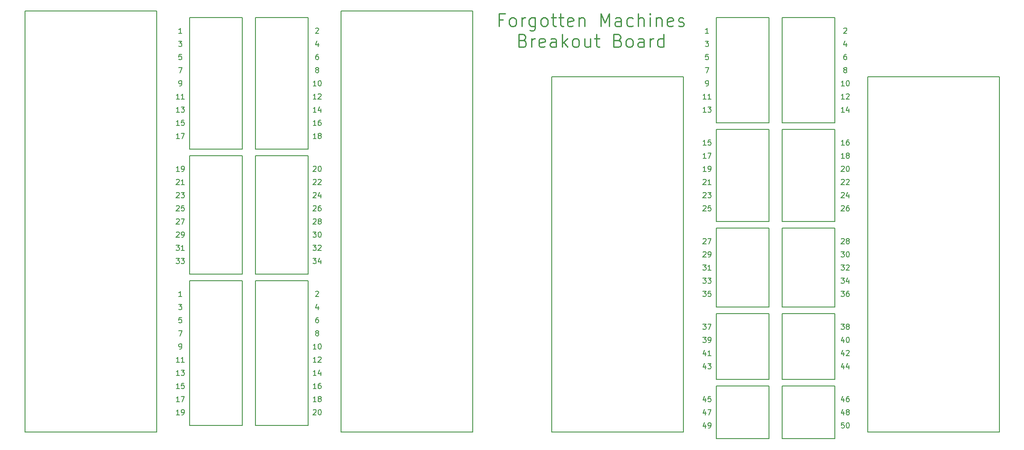
<source format=gbr>
%TF.GenerationSoftware,KiCad,Pcbnew,(5.1.9)-1*%
%TF.CreationDate,2022-08-27T22:21:39+05:30*%
%TF.ProjectId,MFM_ST506 Breakout Board,4d464d5f-5354-4353-9036-20427265616b,rev?*%
%TF.SameCoordinates,Original*%
%TF.FileFunction,Legend,Top*%
%TF.FilePolarity,Positive*%
%FSLAX46Y46*%
G04 Gerber Fmt 4.6, Leading zero omitted, Abs format (unit mm)*
G04 Created by KiCad (PCBNEW (5.1.9)-1) date 2022-08-27 22:21:39*
%MOMM*%
%LPD*%
G01*
G04 APERTURE LIST*
%ADD10C,0.150000*%
%ADD11C,0.200000*%
%ADD12C,0.254000*%
G04 APERTURE END LIST*
D10*
X212669523Y-76652380D02*
X212098095Y-76652380D01*
X212383809Y-76652380D02*
X212383809Y-75652380D01*
X212288571Y-75795238D01*
X212193333Y-75890476D01*
X212098095Y-75938095D01*
X213526666Y-75985714D02*
X213526666Y-76652380D01*
X213288571Y-75604761D02*
X213050476Y-76319047D01*
X213669523Y-76319047D01*
X212574285Y-125515714D02*
X212574285Y-126182380D01*
X212336190Y-125134761D02*
X212098095Y-125849047D01*
X212717142Y-125849047D01*
X213526666Y-125515714D02*
X213526666Y-126182380D01*
X213288571Y-125134761D02*
X213050476Y-125849047D01*
X213669523Y-125849047D01*
X212669523Y-71572380D02*
X212098095Y-71572380D01*
X212383809Y-71572380D02*
X212383809Y-70572380D01*
X212288571Y-70715238D01*
X212193333Y-70810476D01*
X212098095Y-70858095D01*
X213288571Y-70572380D02*
X213383809Y-70572380D01*
X213479047Y-70620000D01*
X213526666Y-70667619D01*
X213574285Y-70762857D01*
X213621904Y-70953333D01*
X213621904Y-71191428D01*
X213574285Y-71381904D01*
X213526666Y-71477142D01*
X213479047Y-71524761D01*
X213383809Y-71572380D01*
X213288571Y-71572380D01*
X213193333Y-71524761D01*
X213145714Y-71477142D01*
X213098095Y-71381904D01*
X213050476Y-71191428D01*
X213050476Y-70953333D01*
X213098095Y-70762857D01*
X213145714Y-70667619D01*
X213193333Y-70620000D01*
X213288571Y-70572380D01*
X212574285Y-60507619D02*
X212621904Y-60460000D01*
X212717142Y-60412380D01*
X212955238Y-60412380D01*
X213050476Y-60460000D01*
X213098095Y-60507619D01*
X213145714Y-60602857D01*
X213145714Y-60698095D01*
X213098095Y-60840952D01*
X212526666Y-61412380D01*
X213145714Y-61412380D01*
X212764761Y-68460952D02*
X212669523Y-68413333D01*
X212621904Y-68365714D01*
X212574285Y-68270476D01*
X212574285Y-68222857D01*
X212621904Y-68127619D01*
X212669523Y-68080000D01*
X212764761Y-68032380D01*
X212955238Y-68032380D01*
X213050476Y-68080000D01*
X213098095Y-68127619D01*
X213145714Y-68222857D01*
X213145714Y-68270476D01*
X213098095Y-68365714D01*
X213050476Y-68413333D01*
X212955238Y-68460952D01*
X212764761Y-68460952D01*
X212669523Y-68508571D01*
X212621904Y-68556190D01*
X212574285Y-68651428D01*
X212574285Y-68841904D01*
X212621904Y-68937142D01*
X212669523Y-68984761D01*
X212764761Y-69032380D01*
X212955238Y-69032380D01*
X213050476Y-68984761D01*
X213098095Y-68937142D01*
X213145714Y-68841904D01*
X213145714Y-68651428D01*
X213098095Y-68556190D01*
X213050476Y-68508571D01*
X212955238Y-68460952D01*
X212574285Y-120435714D02*
X212574285Y-121102380D01*
X212336190Y-120054761D02*
X212098095Y-120769047D01*
X212717142Y-120769047D01*
X213288571Y-120102380D02*
X213383809Y-120102380D01*
X213479047Y-120150000D01*
X213526666Y-120197619D01*
X213574285Y-120292857D01*
X213621904Y-120483333D01*
X213621904Y-120721428D01*
X213574285Y-120911904D01*
X213526666Y-121007142D01*
X213479047Y-121054761D01*
X213383809Y-121102380D01*
X213288571Y-121102380D01*
X213193333Y-121054761D01*
X213145714Y-121007142D01*
X213098095Y-120911904D01*
X213050476Y-120721428D01*
X213050476Y-120483333D01*
X213098095Y-120292857D01*
X213145714Y-120197619D01*
X213193333Y-120150000D01*
X213288571Y-120102380D01*
X212621904Y-136612380D02*
X212145714Y-136612380D01*
X212098095Y-137088571D01*
X212145714Y-137040952D01*
X212240952Y-136993333D01*
X212479047Y-136993333D01*
X212574285Y-137040952D01*
X212621904Y-137088571D01*
X212669523Y-137183809D01*
X212669523Y-137421904D01*
X212621904Y-137517142D01*
X212574285Y-137564761D01*
X212479047Y-137612380D01*
X212240952Y-137612380D01*
X212145714Y-137564761D01*
X212098095Y-137517142D01*
X213288571Y-136612380D02*
X213383809Y-136612380D01*
X213479047Y-136660000D01*
X213526666Y-136707619D01*
X213574285Y-136802857D01*
X213621904Y-136993333D01*
X213621904Y-137231428D01*
X213574285Y-137421904D01*
X213526666Y-137517142D01*
X213479047Y-137564761D01*
X213383809Y-137612380D01*
X213288571Y-137612380D01*
X213193333Y-137564761D01*
X213145714Y-137517142D01*
X213098095Y-137421904D01*
X213050476Y-137231428D01*
X213050476Y-136993333D01*
X213098095Y-136802857D01*
X213145714Y-136707619D01*
X213193333Y-136660000D01*
X213288571Y-136612380D01*
X212574285Y-131865714D02*
X212574285Y-132532380D01*
X212336190Y-131484761D02*
X212098095Y-132199047D01*
X212717142Y-132199047D01*
X213526666Y-131532380D02*
X213336190Y-131532380D01*
X213240952Y-131580000D01*
X213193333Y-131627619D01*
X213098095Y-131770476D01*
X213050476Y-131960952D01*
X213050476Y-132341904D01*
X213098095Y-132437142D01*
X213145714Y-132484761D01*
X213240952Y-132532380D01*
X213431428Y-132532380D01*
X213526666Y-132484761D01*
X213574285Y-132437142D01*
X213621904Y-132341904D01*
X213621904Y-132103809D01*
X213574285Y-132008571D01*
X213526666Y-131960952D01*
X213431428Y-131913333D01*
X213240952Y-131913333D01*
X213145714Y-131960952D01*
X213098095Y-132008571D01*
X213050476Y-132103809D01*
X212574285Y-122975714D02*
X212574285Y-123642380D01*
X212336190Y-122594761D02*
X212098095Y-123309047D01*
X212717142Y-123309047D01*
X213050476Y-122737619D02*
X213098095Y-122690000D01*
X213193333Y-122642380D01*
X213431428Y-122642380D01*
X213526666Y-122690000D01*
X213574285Y-122737619D01*
X213621904Y-122832857D01*
X213621904Y-122928095D01*
X213574285Y-123070952D01*
X213002857Y-123642380D01*
X213621904Y-123642380D01*
X212050476Y-108672380D02*
X212669523Y-108672380D01*
X212336190Y-109053333D01*
X212479047Y-109053333D01*
X212574285Y-109100952D01*
X212621904Y-109148571D01*
X212669523Y-109243809D01*
X212669523Y-109481904D01*
X212621904Y-109577142D01*
X212574285Y-109624761D01*
X212479047Y-109672380D01*
X212193333Y-109672380D01*
X212098095Y-109624761D01*
X212050476Y-109577142D01*
X213526666Y-109005714D02*
X213526666Y-109672380D01*
X213288571Y-108624761D02*
X213050476Y-109339047D01*
X213669523Y-109339047D01*
X212098095Y-89717619D02*
X212145714Y-89670000D01*
X212240952Y-89622380D01*
X212479047Y-89622380D01*
X212574285Y-89670000D01*
X212621904Y-89717619D01*
X212669523Y-89812857D01*
X212669523Y-89908095D01*
X212621904Y-90050952D01*
X212050476Y-90622380D01*
X212669523Y-90622380D01*
X213050476Y-89717619D02*
X213098095Y-89670000D01*
X213193333Y-89622380D01*
X213431428Y-89622380D01*
X213526666Y-89670000D01*
X213574285Y-89717619D01*
X213621904Y-89812857D01*
X213621904Y-89908095D01*
X213574285Y-90050952D01*
X213002857Y-90622380D01*
X213621904Y-90622380D01*
X212669523Y-83002380D02*
X212098095Y-83002380D01*
X212383809Y-83002380D02*
X212383809Y-82002380D01*
X212288571Y-82145238D01*
X212193333Y-82240476D01*
X212098095Y-82288095D01*
X213526666Y-82002380D02*
X213336190Y-82002380D01*
X213240952Y-82050000D01*
X213193333Y-82097619D01*
X213098095Y-82240476D01*
X213050476Y-82430952D01*
X213050476Y-82811904D01*
X213098095Y-82907142D01*
X213145714Y-82954761D01*
X213240952Y-83002380D01*
X213431428Y-83002380D01*
X213526666Y-82954761D01*
X213574285Y-82907142D01*
X213621904Y-82811904D01*
X213621904Y-82573809D01*
X213574285Y-82478571D01*
X213526666Y-82430952D01*
X213431428Y-82383333D01*
X213240952Y-82383333D01*
X213145714Y-82430952D01*
X213098095Y-82478571D01*
X213050476Y-82573809D01*
X213050476Y-63285714D02*
X213050476Y-63952380D01*
X212812380Y-62904761D02*
X212574285Y-63619047D01*
X213193333Y-63619047D01*
X212098095Y-87177619D02*
X212145714Y-87130000D01*
X212240952Y-87082380D01*
X212479047Y-87082380D01*
X212574285Y-87130000D01*
X212621904Y-87177619D01*
X212669523Y-87272857D01*
X212669523Y-87368095D01*
X212621904Y-87510952D01*
X212050476Y-88082380D01*
X212669523Y-88082380D01*
X213288571Y-87082380D02*
X213383809Y-87082380D01*
X213479047Y-87130000D01*
X213526666Y-87177619D01*
X213574285Y-87272857D01*
X213621904Y-87463333D01*
X213621904Y-87701428D01*
X213574285Y-87891904D01*
X213526666Y-87987142D01*
X213479047Y-88034761D01*
X213383809Y-88082380D01*
X213288571Y-88082380D01*
X213193333Y-88034761D01*
X213145714Y-87987142D01*
X213098095Y-87891904D01*
X213050476Y-87701428D01*
X213050476Y-87463333D01*
X213098095Y-87272857D01*
X213145714Y-87177619D01*
X213193333Y-87130000D01*
X213288571Y-87082380D01*
X212098095Y-92257619D02*
X212145714Y-92210000D01*
X212240952Y-92162380D01*
X212479047Y-92162380D01*
X212574285Y-92210000D01*
X212621904Y-92257619D01*
X212669523Y-92352857D01*
X212669523Y-92448095D01*
X212621904Y-92590952D01*
X212050476Y-93162380D01*
X212669523Y-93162380D01*
X213526666Y-92495714D02*
X213526666Y-93162380D01*
X213288571Y-92114761D02*
X213050476Y-92829047D01*
X213669523Y-92829047D01*
X212050476Y-111212380D02*
X212669523Y-111212380D01*
X212336190Y-111593333D01*
X212479047Y-111593333D01*
X212574285Y-111640952D01*
X212621904Y-111688571D01*
X212669523Y-111783809D01*
X212669523Y-112021904D01*
X212621904Y-112117142D01*
X212574285Y-112164761D01*
X212479047Y-112212380D01*
X212193333Y-112212380D01*
X212098095Y-112164761D01*
X212050476Y-112117142D01*
X213526666Y-111212380D02*
X213336190Y-111212380D01*
X213240952Y-111260000D01*
X213193333Y-111307619D01*
X213098095Y-111450476D01*
X213050476Y-111640952D01*
X213050476Y-112021904D01*
X213098095Y-112117142D01*
X213145714Y-112164761D01*
X213240952Y-112212380D01*
X213431428Y-112212380D01*
X213526666Y-112164761D01*
X213574285Y-112117142D01*
X213621904Y-112021904D01*
X213621904Y-111783809D01*
X213574285Y-111688571D01*
X213526666Y-111640952D01*
X213431428Y-111593333D01*
X213240952Y-111593333D01*
X213145714Y-111640952D01*
X213098095Y-111688571D01*
X213050476Y-111783809D01*
X212574285Y-134405714D02*
X212574285Y-135072380D01*
X212336190Y-134024761D02*
X212098095Y-134739047D01*
X212717142Y-134739047D01*
X213240952Y-134500952D02*
X213145714Y-134453333D01*
X213098095Y-134405714D01*
X213050476Y-134310476D01*
X213050476Y-134262857D01*
X213098095Y-134167619D01*
X213145714Y-134120000D01*
X213240952Y-134072380D01*
X213431428Y-134072380D01*
X213526666Y-134120000D01*
X213574285Y-134167619D01*
X213621904Y-134262857D01*
X213621904Y-134310476D01*
X213574285Y-134405714D01*
X213526666Y-134453333D01*
X213431428Y-134500952D01*
X213240952Y-134500952D01*
X213145714Y-134548571D01*
X213098095Y-134596190D01*
X213050476Y-134691428D01*
X213050476Y-134881904D01*
X213098095Y-134977142D01*
X213145714Y-135024761D01*
X213240952Y-135072380D01*
X213431428Y-135072380D01*
X213526666Y-135024761D01*
X213574285Y-134977142D01*
X213621904Y-134881904D01*
X213621904Y-134691428D01*
X213574285Y-134596190D01*
X213526666Y-134548571D01*
X213431428Y-134500952D01*
X212098095Y-101147619D02*
X212145714Y-101100000D01*
X212240952Y-101052380D01*
X212479047Y-101052380D01*
X212574285Y-101100000D01*
X212621904Y-101147619D01*
X212669523Y-101242857D01*
X212669523Y-101338095D01*
X212621904Y-101480952D01*
X212050476Y-102052380D01*
X212669523Y-102052380D01*
X213240952Y-101480952D02*
X213145714Y-101433333D01*
X213098095Y-101385714D01*
X213050476Y-101290476D01*
X213050476Y-101242857D01*
X213098095Y-101147619D01*
X213145714Y-101100000D01*
X213240952Y-101052380D01*
X213431428Y-101052380D01*
X213526666Y-101100000D01*
X213574285Y-101147619D01*
X213621904Y-101242857D01*
X213621904Y-101290476D01*
X213574285Y-101385714D01*
X213526666Y-101433333D01*
X213431428Y-101480952D01*
X213240952Y-101480952D01*
X213145714Y-101528571D01*
X213098095Y-101576190D01*
X213050476Y-101671428D01*
X213050476Y-101861904D01*
X213098095Y-101957142D01*
X213145714Y-102004761D01*
X213240952Y-102052380D01*
X213431428Y-102052380D01*
X213526666Y-102004761D01*
X213574285Y-101957142D01*
X213621904Y-101861904D01*
X213621904Y-101671428D01*
X213574285Y-101576190D01*
X213526666Y-101528571D01*
X213431428Y-101480952D01*
X212050476Y-106132380D02*
X212669523Y-106132380D01*
X212336190Y-106513333D01*
X212479047Y-106513333D01*
X212574285Y-106560952D01*
X212621904Y-106608571D01*
X212669523Y-106703809D01*
X212669523Y-106941904D01*
X212621904Y-107037142D01*
X212574285Y-107084761D01*
X212479047Y-107132380D01*
X212193333Y-107132380D01*
X212098095Y-107084761D01*
X212050476Y-107037142D01*
X213050476Y-106227619D02*
X213098095Y-106180000D01*
X213193333Y-106132380D01*
X213431428Y-106132380D01*
X213526666Y-106180000D01*
X213574285Y-106227619D01*
X213621904Y-106322857D01*
X213621904Y-106418095D01*
X213574285Y-106560952D01*
X213002857Y-107132380D01*
X213621904Y-107132380D01*
X212098095Y-94797619D02*
X212145714Y-94750000D01*
X212240952Y-94702380D01*
X212479047Y-94702380D01*
X212574285Y-94750000D01*
X212621904Y-94797619D01*
X212669523Y-94892857D01*
X212669523Y-94988095D01*
X212621904Y-95130952D01*
X212050476Y-95702380D01*
X212669523Y-95702380D01*
X213526666Y-94702380D02*
X213336190Y-94702380D01*
X213240952Y-94750000D01*
X213193333Y-94797619D01*
X213098095Y-94940476D01*
X213050476Y-95130952D01*
X213050476Y-95511904D01*
X213098095Y-95607142D01*
X213145714Y-95654761D01*
X213240952Y-95702380D01*
X213431428Y-95702380D01*
X213526666Y-95654761D01*
X213574285Y-95607142D01*
X213621904Y-95511904D01*
X213621904Y-95273809D01*
X213574285Y-95178571D01*
X213526666Y-95130952D01*
X213431428Y-95083333D01*
X213240952Y-95083333D01*
X213145714Y-95130952D01*
X213098095Y-95178571D01*
X213050476Y-95273809D01*
X213050476Y-65492380D02*
X212860000Y-65492380D01*
X212764761Y-65540000D01*
X212717142Y-65587619D01*
X212621904Y-65730476D01*
X212574285Y-65920952D01*
X212574285Y-66301904D01*
X212621904Y-66397142D01*
X212669523Y-66444761D01*
X212764761Y-66492380D01*
X212955238Y-66492380D01*
X213050476Y-66444761D01*
X213098095Y-66397142D01*
X213145714Y-66301904D01*
X213145714Y-66063809D01*
X213098095Y-65968571D01*
X213050476Y-65920952D01*
X212955238Y-65873333D01*
X212764761Y-65873333D01*
X212669523Y-65920952D01*
X212621904Y-65968571D01*
X212574285Y-66063809D01*
X212669523Y-74112380D02*
X212098095Y-74112380D01*
X212383809Y-74112380D02*
X212383809Y-73112380D01*
X212288571Y-73255238D01*
X212193333Y-73350476D01*
X212098095Y-73398095D01*
X213050476Y-73207619D02*
X213098095Y-73160000D01*
X213193333Y-73112380D01*
X213431428Y-73112380D01*
X213526666Y-73160000D01*
X213574285Y-73207619D01*
X213621904Y-73302857D01*
X213621904Y-73398095D01*
X213574285Y-73540952D01*
X213002857Y-74112380D01*
X213621904Y-74112380D01*
X212050476Y-103592380D02*
X212669523Y-103592380D01*
X212336190Y-103973333D01*
X212479047Y-103973333D01*
X212574285Y-104020952D01*
X212621904Y-104068571D01*
X212669523Y-104163809D01*
X212669523Y-104401904D01*
X212621904Y-104497142D01*
X212574285Y-104544761D01*
X212479047Y-104592380D01*
X212193333Y-104592380D01*
X212098095Y-104544761D01*
X212050476Y-104497142D01*
X213288571Y-103592380D02*
X213383809Y-103592380D01*
X213479047Y-103640000D01*
X213526666Y-103687619D01*
X213574285Y-103782857D01*
X213621904Y-103973333D01*
X213621904Y-104211428D01*
X213574285Y-104401904D01*
X213526666Y-104497142D01*
X213479047Y-104544761D01*
X213383809Y-104592380D01*
X213288571Y-104592380D01*
X213193333Y-104544761D01*
X213145714Y-104497142D01*
X213098095Y-104401904D01*
X213050476Y-104211428D01*
X213050476Y-103973333D01*
X213098095Y-103782857D01*
X213145714Y-103687619D01*
X213193333Y-103640000D01*
X213288571Y-103592380D01*
X212669523Y-85542380D02*
X212098095Y-85542380D01*
X212383809Y-85542380D02*
X212383809Y-84542380D01*
X212288571Y-84685238D01*
X212193333Y-84780476D01*
X212098095Y-84828095D01*
X213240952Y-84970952D02*
X213145714Y-84923333D01*
X213098095Y-84875714D01*
X213050476Y-84780476D01*
X213050476Y-84732857D01*
X213098095Y-84637619D01*
X213145714Y-84590000D01*
X213240952Y-84542380D01*
X213431428Y-84542380D01*
X213526666Y-84590000D01*
X213574285Y-84637619D01*
X213621904Y-84732857D01*
X213621904Y-84780476D01*
X213574285Y-84875714D01*
X213526666Y-84923333D01*
X213431428Y-84970952D01*
X213240952Y-84970952D01*
X213145714Y-85018571D01*
X213098095Y-85066190D01*
X213050476Y-85161428D01*
X213050476Y-85351904D01*
X213098095Y-85447142D01*
X213145714Y-85494761D01*
X213240952Y-85542380D01*
X213431428Y-85542380D01*
X213526666Y-85494761D01*
X213574285Y-85447142D01*
X213621904Y-85351904D01*
X213621904Y-85161428D01*
X213574285Y-85066190D01*
X213526666Y-85018571D01*
X213431428Y-84970952D01*
X212050476Y-117562380D02*
X212669523Y-117562380D01*
X212336190Y-117943333D01*
X212479047Y-117943333D01*
X212574285Y-117990952D01*
X212621904Y-118038571D01*
X212669523Y-118133809D01*
X212669523Y-118371904D01*
X212621904Y-118467142D01*
X212574285Y-118514761D01*
X212479047Y-118562380D01*
X212193333Y-118562380D01*
X212098095Y-118514761D01*
X212050476Y-118467142D01*
X213240952Y-117990952D02*
X213145714Y-117943333D01*
X213098095Y-117895714D01*
X213050476Y-117800476D01*
X213050476Y-117752857D01*
X213098095Y-117657619D01*
X213145714Y-117610000D01*
X213240952Y-117562380D01*
X213431428Y-117562380D01*
X213526666Y-117610000D01*
X213574285Y-117657619D01*
X213621904Y-117752857D01*
X213621904Y-117800476D01*
X213574285Y-117895714D01*
X213526666Y-117943333D01*
X213431428Y-117990952D01*
X213240952Y-117990952D01*
X213145714Y-118038571D01*
X213098095Y-118086190D01*
X213050476Y-118181428D01*
X213050476Y-118371904D01*
X213098095Y-118467142D01*
X213145714Y-118514761D01*
X213240952Y-118562380D01*
X213431428Y-118562380D01*
X213526666Y-118514761D01*
X213574285Y-118467142D01*
X213621904Y-118371904D01*
X213621904Y-118181428D01*
X213574285Y-118086190D01*
X213526666Y-118038571D01*
X213431428Y-117990952D01*
X185904285Y-136945714D02*
X185904285Y-137612380D01*
X185666190Y-136564761D02*
X185428095Y-137279047D01*
X186047142Y-137279047D01*
X186475714Y-137612380D02*
X186666190Y-137612380D01*
X186761428Y-137564761D01*
X186809047Y-137517142D01*
X186904285Y-137374285D01*
X186951904Y-137183809D01*
X186951904Y-136802857D01*
X186904285Y-136707619D01*
X186856666Y-136660000D01*
X186761428Y-136612380D01*
X186570952Y-136612380D01*
X186475714Y-136660000D01*
X186428095Y-136707619D01*
X186380476Y-136802857D01*
X186380476Y-137040952D01*
X186428095Y-137136190D01*
X186475714Y-137183809D01*
X186570952Y-137231428D01*
X186761428Y-137231428D01*
X186856666Y-137183809D01*
X186904285Y-137136190D01*
X186951904Y-137040952D01*
X185904285Y-134405714D02*
X185904285Y-135072380D01*
X185666190Y-134024761D02*
X185428095Y-134739047D01*
X186047142Y-134739047D01*
X186332857Y-134072380D02*
X186999523Y-134072380D01*
X186570952Y-135072380D01*
X185904285Y-131865714D02*
X185904285Y-132532380D01*
X185666190Y-131484761D02*
X185428095Y-132199047D01*
X186047142Y-132199047D01*
X186904285Y-131532380D02*
X186428095Y-131532380D01*
X186380476Y-132008571D01*
X186428095Y-131960952D01*
X186523333Y-131913333D01*
X186761428Y-131913333D01*
X186856666Y-131960952D01*
X186904285Y-132008571D01*
X186951904Y-132103809D01*
X186951904Y-132341904D01*
X186904285Y-132437142D01*
X186856666Y-132484761D01*
X186761428Y-132532380D01*
X186523333Y-132532380D01*
X186428095Y-132484761D01*
X186380476Y-132437142D01*
X185904285Y-125515714D02*
X185904285Y-126182380D01*
X185666190Y-125134761D02*
X185428095Y-125849047D01*
X186047142Y-125849047D01*
X186332857Y-125182380D02*
X186951904Y-125182380D01*
X186618571Y-125563333D01*
X186761428Y-125563333D01*
X186856666Y-125610952D01*
X186904285Y-125658571D01*
X186951904Y-125753809D01*
X186951904Y-125991904D01*
X186904285Y-126087142D01*
X186856666Y-126134761D01*
X186761428Y-126182380D01*
X186475714Y-126182380D01*
X186380476Y-126134761D01*
X186332857Y-126087142D01*
X185904285Y-122975714D02*
X185904285Y-123642380D01*
X185666190Y-122594761D02*
X185428095Y-123309047D01*
X186047142Y-123309047D01*
X186951904Y-123642380D02*
X186380476Y-123642380D01*
X186666190Y-123642380D02*
X186666190Y-122642380D01*
X186570952Y-122785238D01*
X186475714Y-122880476D01*
X186380476Y-122928095D01*
X185380476Y-120102380D02*
X185999523Y-120102380D01*
X185666190Y-120483333D01*
X185809047Y-120483333D01*
X185904285Y-120530952D01*
X185951904Y-120578571D01*
X185999523Y-120673809D01*
X185999523Y-120911904D01*
X185951904Y-121007142D01*
X185904285Y-121054761D01*
X185809047Y-121102380D01*
X185523333Y-121102380D01*
X185428095Y-121054761D01*
X185380476Y-121007142D01*
X186475714Y-121102380D02*
X186666190Y-121102380D01*
X186761428Y-121054761D01*
X186809047Y-121007142D01*
X186904285Y-120864285D01*
X186951904Y-120673809D01*
X186951904Y-120292857D01*
X186904285Y-120197619D01*
X186856666Y-120150000D01*
X186761428Y-120102380D01*
X186570952Y-120102380D01*
X186475714Y-120150000D01*
X186428095Y-120197619D01*
X186380476Y-120292857D01*
X186380476Y-120530952D01*
X186428095Y-120626190D01*
X186475714Y-120673809D01*
X186570952Y-120721428D01*
X186761428Y-120721428D01*
X186856666Y-120673809D01*
X186904285Y-120626190D01*
X186951904Y-120530952D01*
X185380476Y-108672380D02*
X185999523Y-108672380D01*
X185666190Y-109053333D01*
X185809047Y-109053333D01*
X185904285Y-109100952D01*
X185951904Y-109148571D01*
X185999523Y-109243809D01*
X185999523Y-109481904D01*
X185951904Y-109577142D01*
X185904285Y-109624761D01*
X185809047Y-109672380D01*
X185523333Y-109672380D01*
X185428095Y-109624761D01*
X185380476Y-109577142D01*
X186332857Y-108672380D02*
X186951904Y-108672380D01*
X186618571Y-109053333D01*
X186761428Y-109053333D01*
X186856666Y-109100952D01*
X186904285Y-109148571D01*
X186951904Y-109243809D01*
X186951904Y-109481904D01*
X186904285Y-109577142D01*
X186856666Y-109624761D01*
X186761428Y-109672380D01*
X186475714Y-109672380D01*
X186380476Y-109624761D01*
X186332857Y-109577142D01*
X185428095Y-101147619D02*
X185475714Y-101100000D01*
X185570952Y-101052380D01*
X185809047Y-101052380D01*
X185904285Y-101100000D01*
X185951904Y-101147619D01*
X185999523Y-101242857D01*
X185999523Y-101338095D01*
X185951904Y-101480952D01*
X185380476Y-102052380D01*
X185999523Y-102052380D01*
X186332857Y-101052380D02*
X186999523Y-101052380D01*
X186570952Y-102052380D01*
X185380476Y-106132380D02*
X185999523Y-106132380D01*
X185666190Y-106513333D01*
X185809047Y-106513333D01*
X185904285Y-106560952D01*
X185951904Y-106608571D01*
X185999523Y-106703809D01*
X185999523Y-106941904D01*
X185951904Y-107037142D01*
X185904285Y-107084761D01*
X185809047Y-107132380D01*
X185523333Y-107132380D01*
X185428095Y-107084761D01*
X185380476Y-107037142D01*
X186951904Y-107132380D02*
X186380476Y-107132380D01*
X186666190Y-107132380D02*
X186666190Y-106132380D01*
X186570952Y-106275238D01*
X186475714Y-106370476D01*
X186380476Y-106418095D01*
X185380476Y-111212380D02*
X185999523Y-111212380D01*
X185666190Y-111593333D01*
X185809047Y-111593333D01*
X185904285Y-111640952D01*
X185951904Y-111688571D01*
X185999523Y-111783809D01*
X185999523Y-112021904D01*
X185951904Y-112117142D01*
X185904285Y-112164761D01*
X185809047Y-112212380D01*
X185523333Y-112212380D01*
X185428095Y-112164761D01*
X185380476Y-112117142D01*
X186904285Y-111212380D02*
X186428095Y-111212380D01*
X186380476Y-111688571D01*
X186428095Y-111640952D01*
X186523333Y-111593333D01*
X186761428Y-111593333D01*
X186856666Y-111640952D01*
X186904285Y-111688571D01*
X186951904Y-111783809D01*
X186951904Y-112021904D01*
X186904285Y-112117142D01*
X186856666Y-112164761D01*
X186761428Y-112212380D01*
X186523333Y-112212380D01*
X186428095Y-112164761D01*
X186380476Y-112117142D01*
X185380476Y-117562380D02*
X185999523Y-117562380D01*
X185666190Y-117943333D01*
X185809047Y-117943333D01*
X185904285Y-117990952D01*
X185951904Y-118038571D01*
X185999523Y-118133809D01*
X185999523Y-118371904D01*
X185951904Y-118467142D01*
X185904285Y-118514761D01*
X185809047Y-118562380D01*
X185523333Y-118562380D01*
X185428095Y-118514761D01*
X185380476Y-118467142D01*
X186332857Y-117562380D02*
X186999523Y-117562380D01*
X186570952Y-118562380D01*
X185428095Y-103687619D02*
X185475714Y-103640000D01*
X185570952Y-103592380D01*
X185809047Y-103592380D01*
X185904285Y-103640000D01*
X185951904Y-103687619D01*
X185999523Y-103782857D01*
X185999523Y-103878095D01*
X185951904Y-104020952D01*
X185380476Y-104592380D01*
X185999523Y-104592380D01*
X186475714Y-104592380D02*
X186666190Y-104592380D01*
X186761428Y-104544761D01*
X186809047Y-104497142D01*
X186904285Y-104354285D01*
X186951904Y-104163809D01*
X186951904Y-103782857D01*
X186904285Y-103687619D01*
X186856666Y-103640000D01*
X186761428Y-103592380D01*
X186570952Y-103592380D01*
X186475714Y-103640000D01*
X186428095Y-103687619D01*
X186380476Y-103782857D01*
X186380476Y-104020952D01*
X186428095Y-104116190D01*
X186475714Y-104163809D01*
X186570952Y-104211428D01*
X186761428Y-104211428D01*
X186856666Y-104163809D01*
X186904285Y-104116190D01*
X186951904Y-104020952D01*
X185428095Y-94797619D02*
X185475714Y-94750000D01*
X185570952Y-94702380D01*
X185809047Y-94702380D01*
X185904285Y-94750000D01*
X185951904Y-94797619D01*
X185999523Y-94892857D01*
X185999523Y-94988095D01*
X185951904Y-95130952D01*
X185380476Y-95702380D01*
X185999523Y-95702380D01*
X186904285Y-94702380D02*
X186428095Y-94702380D01*
X186380476Y-95178571D01*
X186428095Y-95130952D01*
X186523333Y-95083333D01*
X186761428Y-95083333D01*
X186856666Y-95130952D01*
X186904285Y-95178571D01*
X186951904Y-95273809D01*
X186951904Y-95511904D01*
X186904285Y-95607142D01*
X186856666Y-95654761D01*
X186761428Y-95702380D01*
X186523333Y-95702380D01*
X186428095Y-95654761D01*
X186380476Y-95607142D01*
X185428095Y-92257619D02*
X185475714Y-92210000D01*
X185570952Y-92162380D01*
X185809047Y-92162380D01*
X185904285Y-92210000D01*
X185951904Y-92257619D01*
X185999523Y-92352857D01*
X185999523Y-92448095D01*
X185951904Y-92590952D01*
X185380476Y-93162380D01*
X185999523Y-93162380D01*
X186332857Y-92162380D02*
X186951904Y-92162380D01*
X186618571Y-92543333D01*
X186761428Y-92543333D01*
X186856666Y-92590952D01*
X186904285Y-92638571D01*
X186951904Y-92733809D01*
X186951904Y-92971904D01*
X186904285Y-93067142D01*
X186856666Y-93114761D01*
X186761428Y-93162380D01*
X186475714Y-93162380D01*
X186380476Y-93114761D01*
X186332857Y-93067142D01*
X185428095Y-89717619D02*
X185475714Y-89670000D01*
X185570952Y-89622380D01*
X185809047Y-89622380D01*
X185904285Y-89670000D01*
X185951904Y-89717619D01*
X185999523Y-89812857D01*
X185999523Y-89908095D01*
X185951904Y-90050952D01*
X185380476Y-90622380D01*
X185999523Y-90622380D01*
X186951904Y-90622380D02*
X186380476Y-90622380D01*
X186666190Y-90622380D02*
X186666190Y-89622380D01*
X186570952Y-89765238D01*
X186475714Y-89860476D01*
X186380476Y-89908095D01*
X185999523Y-88082380D02*
X185428095Y-88082380D01*
X185713809Y-88082380D02*
X185713809Y-87082380D01*
X185618571Y-87225238D01*
X185523333Y-87320476D01*
X185428095Y-87368095D01*
X186475714Y-88082380D02*
X186666190Y-88082380D01*
X186761428Y-88034761D01*
X186809047Y-87987142D01*
X186904285Y-87844285D01*
X186951904Y-87653809D01*
X186951904Y-87272857D01*
X186904285Y-87177619D01*
X186856666Y-87130000D01*
X186761428Y-87082380D01*
X186570952Y-87082380D01*
X186475714Y-87130000D01*
X186428095Y-87177619D01*
X186380476Y-87272857D01*
X186380476Y-87510952D01*
X186428095Y-87606190D01*
X186475714Y-87653809D01*
X186570952Y-87701428D01*
X186761428Y-87701428D01*
X186856666Y-87653809D01*
X186904285Y-87606190D01*
X186951904Y-87510952D01*
X185999523Y-85542380D02*
X185428095Y-85542380D01*
X185713809Y-85542380D02*
X185713809Y-84542380D01*
X185618571Y-84685238D01*
X185523333Y-84780476D01*
X185428095Y-84828095D01*
X186332857Y-84542380D02*
X186999523Y-84542380D01*
X186570952Y-85542380D01*
X185999523Y-74112380D02*
X185428095Y-74112380D01*
X185713809Y-74112380D02*
X185713809Y-73112380D01*
X185618571Y-73255238D01*
X185523333Y-73350476D01*
X185428095Y-73398095D01*
X186951904Y-74112380D02*
X186380476Y-74112380D01*
X186666190Y-74112380D02*
X186666190Y-73112380D01*
X186570952Y-73255238D01*
X186475714Y-73350476D01*
X186380476Y-73398095D01*
X185999523Y-71572380D02*
X186190000Y-71572380D01*
X186285238Y-71524761D01*
X186332857Y-71477142D01*
X186428095Y-71334285D01*
X186475714Y-71143809D01*
X186475714Y-70762857D01*
X186428095Y-70667619D01*
X186380476Y-70620000D01*
X186285238Y-70572380D01*
X186094761Y-70572380D01*
X185999523Y-70620000D01*
X185951904Y-70667619D01*
X185904285Y-70762857D01*
X185904285Y-71000952D01*
X185951904Y-71096190D01*
X185999523Y-71143809D01*
X186094761Y-71191428D01*
X186285238Y-71191428D01*
X186380476Y-71143809D01*
X186428095Y-71096190D01*
X186475714Y-71000952D01*
X185999523Y-83002380D02*
X185428095Y-83002380D01*
X185713809Y-83002380D02*
X185713809Y-82002380D01*
X185618571Y-82145238D01*
X185523333Y-82240476D01*
X185428095Y-82288095D01*
X186904285Y-82002380D02*
X186428095Y-82002380D01*
X186380476Y-82478571D01*
X186428095Y-82430952D01*
X186523333Y-82383333D01*
X186761428Y-82383333D01*
X186856666Y-82430952D01*
X186904285Y-82478571D01*
X186951904Y-82573809D01*
X186951904Y-82811904D01*
X186904285Y-82907142D01*
X186856666Y-82954761D01*
X186761428Y-83002380D01*
X186523333Y-83002380D01*
X186428095Y-82954761D01*
X186380476Y-82907142D01*
X186475714Y-61412380D02*
X185904285Y-61412380D01*
X186190000Y-61412380D02*
X186190000Y-60412380D01*
X186094761Y-60555238D01*
X185999523Y-60650476D01*
X185904285Y-60698095D01*
X185856666Y-62952380D02*
X186475714Y-62952380D01*
X186142380Y-63333333D01*
X186285238Y-63333333D01*
X186380476Y-63380952D01*
X186428095Y-63428571D01*
X186475714Y-63523809D01*
X186475714Y-63761904D01*
X186428095Y-63857142D01*
X186380476Y-63904761D01*
X186285238Y-63952380D01*
X185999523Y-63952380D01*
X185904285Y-63904761D01*
X185856666Y-63857142D01*
X185856666Y-68032380D02*
X186523333Y-68032380D01*
X186094761Y-69032380D01*
X186428095Y-65492380D02*
X185951904Y-65492380D01*
X185904285Y-65968571D01*
X185951904Y-65920952D01*
X186047142Y-65873333D01*
X186285238Y-65873333D01*
X186380476Y-65920952D01*
X186428095Y-65968571D01*
X186475714Y-66063809D01*
X186475714Y-66301904D01*
X186428095Y-66397142D01*
X186380476Y-66444761D01*
X186285238Y-66492380D01*
X186047142Y-66492380D01*
X185951904Y-66444761D01*
X185904285Y-66397142D01*
X185999523Y-76652380D02*
X185428095Y-76652380D01*
X185713809Y-76652380D02*
X185713809Y-75652380D01*
X185618571Y-75795238D01*
X185523333Y-75890476D01*
X185428095Y-75938095D01*
X186332857Y-75652380D02*
X186951904Y-75652380D01*
X186618571Y-76033333D01*
X186761428Y-76033333D01*
X186856666Y-76080952D01*
X186904285Y-76128571D01*
X186951904Y-76223809D01*
X186951904Y-76461904D01*
X186904285Y-76557142D01*
X186856666Y-76604761D01*
X186761428Y-76652380D01*
X186475714Y-76652380D01*
X186380476Y-76604761D01*
X186332857Y-76557142D01*
D11*
X210820000Y-115570000D02*
X210820000Y-128270000D01*
X200660000Y-115570000D02*
X200660000Y-128270000D01*
X198120000Y-115570000D02*
X198120000Y-128270000D01*
X187960000Y-115570000D02*
X187960000Y-128270000D01*
X187960000Y-129540000D02*
X187960000Y-139700000D01*
X198120000Y-129540000D02*
X198120000Y-139700000D01*
X200660000Y-129540000D02*
X200660000Y-139700000D01*
X210820000Y-129540000D02*
X210820000Y-139700000D01*
X187960000Y-139700000D02*
X198120000Y-139700000D01*
X200660000Y-139700000D02*
X210820000Y-139700000D01*
X187960000Y-129540000D02*
X198120000Y-129540000D01*
X200660000Y-129540000D02*
X210820000Y-129540000D01*
X187960000Y-128270000D02*
X198120000Y-128270000D01*
X200660000Y-128270000D02*
X210820000Y-128270000D01*
X200660000Y-115570000D02*
X210820000Y-115570000D01*
X187960000Y-115570000D02*
X198120000Y-115570000D01*
X210820000Y-114300000D02*
X210820000Y-99060000D01*
X200660000Y-114300000D02*
X200660000Y-99060000D01*
X198120000Y-114300000D02*
X198120000Y-99060000D01*
X187960000Y-114300000D02*
X187960000Y-99060000D01*
X200660000Y-114300000D02*
X210820000Y-114300000D01*
X187960000Y-114300000D02*
X198120000Y-114300000D01*
X200660000Y-99060000D02*
X210820000Y-99060000D01*
X187960000Y-99060000D02*
X198120000Y-99060000D01*
X187960000Y-97790000D02*
X187960000Y-80010000D01*
X198120000Y-97790000D02*
X198120000Y-80010000D01*
X200660000Y-97790000D02*
X200660000Y-80010000D01*
X210820000Y-97790000D02*
X210820000Y-80010000D01*
X200660000Y-97790000D02*
X210820000Y-97790000D01*
X187960000Y-97790000D02*
X198120000Y-97790000D01*
X200660000Y-80010000D02*
X210820000Y-80010000D01*
X187960000Y-80010000D02*
X198120000Y-80010000D01*
X210820000Y-78740000D02*
X210820000Y-58420000D01*
X200660000Y-58420000D02*
X210820000Y-58420000D01*
X200660000Y-78740000D02*
X200660000Y-58420000D01*
X200660000Y-78740000D02*
X210820000Y-78740000D01*
X187960000Y-78740000D02*
X187960000Y-58420000D01*
X198120000Y-78740000D02*
X198120000Y-58420000D01*
X187960000Y-78740000D02*
X198120000Y-78740000D01*
X187960000Y-58420000D02*
X198120000Y-58420000D01*
X242570000Y-138430000D02*
X242570000Y-69850000D01*
X242570000Y-69850000D02*
X217170000Y-69850000D01*
X217170000Y-138430000D02*
X242570000Y-138430000D01*
X217170000Y-69850000D02*
X217170000Y-138430000D01*
D10*
X110228095Y-134167619D02*
X110275714Y-134120000D01*
X110370952Y-134072380D01*
X110609047Y-134072380D01*
X110704285Y-134120000D01*
X110751904Y-134167619D01*
X110799523Y-134262857D01*
X110799523Y-134358095D01*
X110751904Y-134500952D01*
X110180476Y-135072380D01*
X110799523Y-135072380D01*
X111418571Y-134072380D02*
X111513809Y-134072380D01*
X111609047Y-134120000D01*
X111656666Y-134167619D01*
X111704285Y-134262857D01*
X111751904Y-134453333D01*
X111751904Y-134691428D01*
X111704285Y-134881904D01*
X111656666Y-134977142D01*
X111609047Y-135024761D01*
X111513809Y-135072380D01*
X111418571Y-135072380D01*
X111323333Y-135024761D01*
X111275714Y-134977142D01*
X111228095Y-134881904D01*
X111180476Y-134691428D01*
X111180476Y-134453333D01*
X111228095Y-134262857D01*
X111275714Y-134167619D01*
X111323333Y-134120000D01*
X111418571Y-134072380D01*
X110799523Y-127452380D02*
X110228095Y-127452380D01*
X110513809Y-127452380D02*
X110513809Y-126452380D01*
X110418571Y-126595238D01*
X110323333Y-126690476D01*
X110228095Y-126738095D01*
X111656666Y-126785714D02*
X111656666Y-127452380D01*
X111418571Y-126404761D02*
X111180476Y-127119047D01*
X111799523Y-127119047D01*
X110799523Y-122372380D02*
X110228095Y-122372380D01*
X110513809Y-122372380D02*
X110513809Y-121372380D01*
X110418571Y-121515238D01*
X110323333Y-121610476D01*
X110228095Y-121658095D01*
X111418571Y-121372380D02*
X111513809Y-121372380D01*
X111609047Y-121420000D01*
X111656666Y-121467619D01*
X111704285Y-121562857D01*
X111751904Y-121753333D01*
X111751904Y-121991428D01*
X111704285Y-122181904D01*
X111656666Y-122277142D01*
X111609047Y-122324761D01*
X111513809Y-122372380D01*
X111418571Y-122372380D01*
X111323333Y-122324761D01*
X111275714Y-122277142D01*
X111228095Y-122181904D01*
X111180476Y-121991428D01*
X111180476Y-121753333D01*
X111228095Y-121562857D01*
X111275714Y-121467619D01*
X111323333Y-121420000D01*
X111418571Y-121372380D01*
X110799523Y-132532380D02*
X110228095Y-132532380D01*
X110513809Y-132532380D02*
X110513809Y-131532380D01*
X110418571Y-131675238D01*
X110323333Y-131770476D01*
X110228095Y-131818095D01*
X111370952Y-131960952D02*
X111275714Y-131913333D01*
X111228095Y-131865714D01*
X111180476Y-131770476D01*
X111180476Y-131722857D01*
X111228095Y-131627619D01*
X111275714Y-131580000D01*
X111370952Y-131532380D01*
X111561428Y-131532380D01*
X111656666Y-131580000D01*
X111704285Y-131627619D01*
X111751904Y-131722857D01*
X111751904Y-131770476D01*
X111704285Y-131865714D01*
X111656666Y-131913333D01*
X111561428Y-131960952D01*
X111370952Y-131960952D01*
X111275714Y-132008571D01*
X111228095Y-132056190D01*
X111180476Y-132151428D01*
X111180476Y-132341904D01*
X111228095Y-132437142D01*
X111275714Y-132484761D01*
X111370952Y-132532380D01*
X111561428Y-132532380D01*
X111656666Y-132484761D01*
X111704285Y-132437142D01*
X111751904Y-132341904D01*
X111751904Y-132151428D01*
X111704285Y-132056190D01*
X111656666Y-132008571D01*
X111561428Y-131960952D01*
X111180476Y-116292380D02*
X110990000Y-116292380D01*
X110894761Y-116340000D01*
X110847142Y-116387619D01*
X110751904Y-116530476D01*
X110704285Y-116720952D01*
X110704285Y-117101904D01*
X110751904Y-117197142D01*
X110799523Y-117244761D01*
X110894761Y-117292380D01*
X111085238Y-117292380D01*
X111180476Y-117244761D01*
X111228095Y-117197142D01*
X111275714Y-117101904D01*
X111275714Y-116863809D01*
X111228095Y-116768571D01*
X111180476Y-116720952D01*
X111085238Y-116673333D01*
X110894761Y-116673333D01*
X110799523Y-116720952D01*
X110751904Y-116768571D01*
X110704285Y-116863809D01*
X111180476Y-114085714D02*
X111180476Y-114752380D01*
X110942380Y-113704761D02*
X110704285Y-114419047D01*
X111323333Y-114419047D01*
X110799523Y-129992380D02*
X110228095Y-129992380D01*
X110513809Y-129992380D02*
X110513809Y-128992380D01*
X110418571Y-129135238D01*
X110323333Y-129230476D01*
X110228095Y-129278095D01*
X111656666Y-128992380D02*
X111466190Y-128992380D01*
X111370952Y-129040000D01*
X111323333Y-129087619D01*
X111228095Y-129230476D01*
X111180476Y-129420952D01*
X111180476Y-129801904D01*
X111228095Y-129897142D01*
X111275714Y-129944761D01*
X111370952Y-129992380D01*
X111561428Y-129992380D01*
X111656666Y-129944761D01*
X111704285Y-129897142D01*
X111751904Y-129801904D01*
X111751904Y-129563809D01*
X111704285Y-129468571D01*
X111656666Y-129420952D01*
X111561428Y-129373333D01*
X111370952Y-129373333D01*
X111275714Y-129420952D01*
X111228095Y-129468571D01*
X111180476Y-129563809D01*
X110704285Y-111307619D02*
X110751904Y-111260000D01*
X110847142Y-111212380D01*
X111085238Y-111212380D01*
X111180476Y-111260000D01*
X111228095Y-111307619D01*
X111275714Y-111402857D01*
X111275714Y-111498095D01*
X111228095Y-111640952D01*
X110656666Y-112212380D01*
X111275714Y-112212380D01*
X110799523Y-124912380D02*
X110228095Y-124912380D01*
X110513809Y-124912380D02*
X110513809Y-123912380D01*
X110418571Y-124055238D01*
X110323333Y-124150476D01*
X110228095Y-124198095D01*
X111180476Y-124007619D02*
X111228095Y-123960000D01*
X111323333Y-123912380D01*
X111561428Y-123912380D01*
X111656666Y-123960000D01*
X111704285Y-124007619D01*
X111751904Y-124102857D01*
X111751904Y-124198095D01*
X111704285Y-124340952D01*
X111132857Y-124912380D01*
X111751904Y-124912380D01*
X110894761Y-119260952D02*
X110799523Y-119213333D01*
X110751904Y-119165714D01*
X110704285Y-119070476D01*
X110704285Y-119022857D01*
X110751904Y-118927619D01*
X110799523Y-118880000D01*
X110894761Y-118832380D01*
X111085238Y-118832380D01*
X111180476Y-118880000D01*
X111228095Y-118927619D01*
X111275714Y-119022857D01*
X111275714Y-119070476D01*
X111228095Y-119165714D01*
X111180476Y-119213333D01*
X111085238Y-119260952D01*
X110894761Y-119260952D01*
X110799523Y-119308571D01*
X110751904Y-119356190D01*
X110704285Y-119451428D01*
X110704285Y-119641904D01*
X110751904Y-119737142D01*
X110799523Y-119784761D01*
X110894761Y-119832380D01*
X111085238Y-119832380D01*
X111180476Y-119784761D01*
X111228095Y-119737142D01*
X111275714Y-119641904D01*
X111275714Y-119451428D01*
X111228095Y-119356190D01*
X111180476Y-119308571D01*
X111085238Y-119260952D01*
X84399523Y-135072380D02*
X83828095Y-135072380D01*
X84113809Y-135072380D02*
X84113809Y-134072380D01*
X84018571Y-134215238D01*
X83923333Y-134310476D01*
X83828095Y-134358095D01*
X84875714Y-135072380D02*
X85066190Y-135072380D01*
X85161428Y-135024761D01*
X85209047Y-134977142D01*
X85304285Y-134834285D01*
X85351904Y-134643809D01*
X85351904Y-134262857D01*
X85304285Y-134167619D01*
X85256666Y-134120000D01*
X85161428Y-134072380D01*
X84970952Y-134072380D01*
X84875714Y-134120000D01*
X84828095Y-134167619D01*
X84780476Y-134262857D01*
X84780476Y-134500952D01*
X84828095Y-134596190D01*
X84875714Y-134643809D01*
X84970952Y-134691428D01*
X85161428Y-134691428D01*
X85256666Y-134643809D01*
X85304285Y-134596190D01*
X85351904Y-134500952D01*
X84399523Y-132532380D02*
X83828095Y-132532380D01*
X84113809Y-132532380D02*
X84113809Y-131532380D01*
X84018571Y-131675238D01*
X83923333Y-131770476D01*
X83828095Y-131818095D01*
X84732857Y-131532380D02*
X85399523Y-131532380D01*
X84970952Y-132532380D01*
X84399523Y-127452380D02*
X83828095Y-127452380D01*
X84113809Y-127452380D02*
X84113809Y-126452380D01*
X84018571Y-126595238D01*
X83923333Y-126690476D01*
X83828095Y-126738095D01*
X84732857Y-126452380D02*
X85351904Y-126452380D01*
X85018571Y-126833333D01*
X85161428Y-126833333D01*
X85256666Y-126880952D01*
X85304285Y-126928571D01*
X85351904Y-127023809D01*
X85351904Y-127261904D01*
X85304285Y-127357142D01*
X85256666Y-127404761D01*
X85161428Y-127452380D01*
X84875714Y-127452380D01*
X84780476Y-127404761D01*
X84732857Y-127357142D01*
X84399523Y-124912380D02*
X83828095Y-124912380D01*
X84113809Y-124912380D02*
X84113809Y-123912380D01*
X84018571Y-124055238D01*
X83923333Y-124150476D01*
X83828095Y-124198095D01*
X85351904Y-124912380D02*
X84780476Y-124912380D01*
X85066190Y-124912380D02*
X85066190Y-123912380D01*
X84970952Y-124055238D01*
X84875714Y-124150476D01*
X84780476Y-124198095D01*
X84828095Y-116292380D02*
X84351904Y-116292380D01*
X84304285Y-116768571D01*
X84351904Y-116720952D01*
X84447142Y-116673333D01*
X84685238Y-116673333D01*
X84780476Y-116720952D01*
X84828095Y-116768571D01*
X84875714Y-116863809D01*
X84875714Y-117101904D01*
X84828095Y-117197142D01*
X84780476Y-117244761D01*
X84685238Y-117292380D01*
X84447142Y-117292380D01*
X84351904Y-117244761D01*
X84304285Y-117197142D01*
X84875714Y-112212380D02*
X84304285Y-112212380D01*
X84590000Y-112212380D02*
X84590000Y-111212380D01*
X84494761Y-111355238D01*
X84399523Y-111450476D01*
X84304285Y-111498095D01*
X84256666Y-113752380D02*
X84875714Y-113752380D01*
X84542380Y-114133333D01*
X84685238Y-114133333D01*
X84780476Y-114180952D01*
X84828095Y-114228571D01*
X84875714Y-114323809D01*
X84875714Y-114561904D01*
X84828095Y-114657142D01*
X84780476Y-114704761D01*
X84685238Y-114752380D01*
X84399523Y-114752380D01*
X84304285Y-114704761D01*
X84256666Y-114657142D01*
X84256666Y-118832380D02*
X84923333Y-118832380D01*
X84494761Y-119832380D01*
X84399523Y-122372380D02*
X84590000Y-122372380D01*
X84685238Y-122324761D01*
X84732857Y-122277142D01*
X84828095Y-122134285D01*
X84875714Y-121943809D01*
X84875714Y-121562857D01*
X84828095Y-121467619D01*
X84780476Y-121420000D01*
X84685238Y-121372380D01*
X84494761Y-121372380D01*
X84399523Y-121420000D01*
X84351904Y-121467619D01*
X84304285Y-121562857D01*
X84304285Y-121800952D01*
X84351904Y-121896190D01*
X84399523Y-121943809D01*
X84494761Y-121991428D01*
X84685238Y-121991428D01*
X84780476Y-121943809D01*
X84828095Y-121896190D01*
X84875714Y-121800952D01*
X84399523Y-129992380D02*
X83828095Y-129992380D01*
X84113809Y-129992380D02*
X84113809Y-128992380D01*
X84018571Y-129135238D01*
X83923333Y-129230476D01*
X83828095Y-129278095D01*
X85304285Y-128992380D02*
X84828095Y-128992380D01*
X84780476Y-129468571D01*
X84828095Y-129420952D01*
X84923333Y-129373333D01*
X85161428Y-129373333D01*
X85256666Y-129420952D01*
X85304285Y-129468571D01*
X85351904Y-129563809D01*
X85351904Y-129801904D01*
X85304285Y-129897142D01*
X85256666Y-129944761D01*
X85161428Y-129992380D01*
X84923333Y-129992380D01*
X84828095Y-129944761D01*
X84780476Y-129897142D01*
D11*
X86360000Y-137160000D02*
X96520000Y-137160000D01*
X99060000Y-137160000D02*
X109220000Y-137160000D01*
X109220000Y-109220000D02*
X109220000Y-137160000D01*
X99060000Y-109220000D02*
X99060000Y-137160000D01*
X96520000Y-109220000D02*
X96520000Y-137160000D01*
X86360000Y-109220000D02*
X86360000Y-137160000D01*
X99060000Y-109220000D02*
X109220000Y-109220000D01*
X86360000Y-109220000D02*
X96520000Y-109220000D01*
X99060000Y-85090000D02*
X99060000Y-107950000D01*
X86360000Y-85090000D02*
X86360000Y-107950000D01*
X109220000Y-85090000D02*
X109220000Y-107950000D01*
X86360000Y-107950000D02*
X96520000Y-107950000D01*
X99060000Y-85090000D02*
X109220000Y-85090000D01*
X99060000Y-107950000D02*
X109220000Y-107950000D01*
X96520000Y-85090000D02*
X96520000Y-107950000D01*
X86360000Y-85090000D02*
X96520000Y-85090000D01*
D10*
X83780476Y-102322380D02*
X84399523Y-102322380D01*
X84066190Y-102703333D01*
X84209047Y-102703333D01*
X84304285Y-102750952D01*
X84351904Y-102798571D01*
X84399523Y-102893809D01*
X84399523Y-103131904D01*
X84351904Y-103227142D01*
X84304285Y-103274761D01*
X84209047Y-103322380D01*
X83923333Y-103322380D01*
X83828095Y-103274761D01*
X83780476Y-103227142D01*
X85351904Y-103322380D02*
X84780476Y-103322380D01*
X85066190Y-103322380D02*
X85066190Y-102322380D01*
X84970952Y-102465238D01*
X84875714Y-102560476D01*
X84780476Y-102608095D01*
X83828095Y-99877619D02*
X83875714Y-99830000D01*
X83970952Y-99782380D01*
X84209047Y-99782380D01*
X84304285Y-99830000D01*
X84351904Y-99877619D01*
X84399523Y-99972857D01*
X84399523Y-100068095D01*
X84351904Y-100210952D01*
X83780476Y-100782380D01*
X84399523Y-100782380D01*
X84875714Y-100782380D02*
X85066190Y-100782380D01*
X85161428Y-100734761D01*
X85209047Y-100687142D01*
X85304285Y-100544285D01*
X85351904Y-100353809D01*
X85351904Y-99972857D01*
X85304285Y-99877619D01*
X85256666Y-99830000D01*
X85161428Y-99782380D01*
X84970952Y-99782380D01*
X84875714Y-99830000D01*
X84828095Y-99877619D01*
X84780476Y-99972857D01*
X84780476Y-100210952D01*
X84828095Y-100306190D01*
X84875714Y-100353809D01*
X84970952Y-100401428D01*
X85161428Y-100401428D01*
X85256666Y-100353809D01*
X85304285Y-100306190D01*
X85351904Y-100210952D01*
X83828095Y-92257619D02*
X83875714Y-92210000D01*
X83970952Y-92162380D01*
X84209047Y-92162380D01*
X84304285Y-92210000D01*
X84351904Y-92257619D01*
X84399523Y-92352857D01*
X84399523Y-92448095D01*
X84351904Y-92590952D01*
X83780476Y-93162380D01*
X84399523Y-93162380D01*
X84732857Y-92162380D02*
X85351904Y-92162380D01*
X85018571Y-92543333D01*
X85161428Y-92543333D01*
X85256666Y-92590952D01*
X85304285Y-92638571D01*
X85351904Y-92733809D01*
X85351904Y-92971904D01*
X85304285Y-93067142D01*
X85256666Y-93114761D01*
X85161428Y-93162380D01*
X84875714Y-93162380D01*
X84780476Y-93114761D01*
X84732857Y-93067142D01*
X84399523Y-88082380D02*
X83828095Y-88082380D01*
X84113809Y-88082380D02*
X84113809Y-87082380D01*
X84018571Y-87225238D01*
X83923333Y-87320476D01*
X83828095Y-87368095D01*
X84875714Y-88082380D02*
X85066190Y-88082380D01*
X85161428Y-88034761D01*
X85209047Y-87987142D01*
X85304285Y-87844285D01*
X85351904Y-87653809D01*
X85351904Y-87272857D01*
X85304285Y-87177619D01*
X85256666Y-87130000D01*
X85161428Y-87082380D01*
X84970952Y-87082380D01*
X84875714Y-87130000D01*
X84828095Y-87177619D01*
X84780476Y-87272857D01*
X84780476Y-87510952D01*
X84828095Y-87606190D01*
X84875714Y-87653809D01*
X84970952Y-87701428D01*
X85161428Y-87701428D01*
X85256666Y-87653809D01*
X85304285Y-87606190D01*
X85351904Y-87510952D01*
X83828095Y-89717619D02*
X83875714Y-89670000D01*
X83970952Y-89622380D01*
X84209047Y-89622380D01*
X84304285Y-89670000D01*
X84351904Y-89717619D01*
X84399523Y-89812857D01*
X84399523Y-89908095D01*
X84351904Y-90050952D01*
X83780476Y-90622380D01*
X84399523Y-90622380D01*
X85351904Y-90622380D02*
X84780476Y-90622380D01*
X85066190Y-90622380D02*
X85066190Y-89622380D01*
X84970952Y-89765238D01*
X84875714Y-89860476D01*
X84780476Y-89908095D01*
X83828095Y-94797619D02*
X83875714Y-94750000D01*
X83970952Y-94702380D01*
X84209047Y-94702380D01*
X84304285Y-94750000D01*
X84351904Y-94797619D01*
X84399523Y-94892857D01*
X84399523Y-94988095D01*
X84351904Y-95130952D01*
X83780476Y-95702380D01*
X84399523Y-95702380D01*
X85304285Y-94702380D02*
X84828095Y-94702380D01*
X84780476Y-95178571D01*
X84828095Y-95130952D01*
X84923333Y-95083333D01*
X85161428Y-95083333D01*
X85256666Y-95130952D01*
X85304285Y-95178571D01*
X85351904Y-95273809D01*
X85351904Y-95511904D01*
X85304285Y-95607142D01*
X85256666Y-95654761D01*
X85161428Y-95702380D01*
X84923333Y-95702380D01*
X84828095Y-95654761D01*
X84780476Y-95607142D01*
X83828095Y-97337619D02*
X83875714Y-97290000D01*
X83970952Y-97242380D01*
X84209047Y-97242380D01*
X84304285Y-97290000D01*
X84351904Y-97337619D01*
X84399523Y-97432857D01*
X84399523Y-97528095D01*
X84351904Y-97670952D01*
X83780476Y-98242380D01*
X84399523Y-98242380D01*
X84732857Y-97242380D02*
X85399523Y-97242380D01*
X84970952Y-98242380D01*
X83780476Y-104862380D02*
X84399523Y-104862380D01*
X84066190Y-105243333D01*
X84209047Y-105243333D01*
X84304285Y-105290952D01*
X84351904Y-105338571D01*
X84399523Y-105433809D01*
X84399523Y-105671904D01*
X84351904Y-105767142D01*
X84304285Y-105814761D01*
X84209047Y-105862380D01*
X83923333Y-105862380D01*
X83828095Y-105814761D01*
X83780476Y-105767142D01*
X84732857Y-104862380D02*
X85351904Y-104862380D01*
X85018571Y-105243333D01*
X85161428Y-105243333D01*
X85256666Y-105290952D01*
X85304285Y-105338571D01*
X85351904Y-105433809D01*
X85351904Y-105671904D01*
X85304285Y-105767142D01*
X85256666Y-105814761D01*
X85161428Y-105862380D01*
X84875714Y-105862380D01*
X84780476Y-105814761D01*
X84732857Y-105767142D01*
X110180476Y-102322380D02*
X110799523Y-102322380D01*
X110466190Y-102703333D01*
X110609047Y-102703333D01*
X110704285Y-102750952D01*
X110751904Y-102798571D01*
X110799523Y-102893809D01*
X110799523Y-103131904D01*
X110751904Y-103227142D01*
X110704285Y-103274761D01*
X110609047Y-103322380D01*
X110323333Y-103322380D01*
X110228095Y-103274761D01*
X110180476Y-103227142D01*
X111180476Y-102417619D02*
X111228095Y-102370000D01*
X111323333Y-102322380D01*
X111561428Y-102322380D01*
X111656666Y-102370000D01*
X111704285Y-102417619D01*
X111751904Y-102512857D01*
X111751904Y-102608095D01*
X111704285Y-102750952D01*
X111132857Y-103322380D01*
X111751904Y-103322380D01*
X110228095Y-97337619D02*
X110275714Y-97290000D01*
X110370952Y-97242380D01*
X110609047Y-97242380D01*
X110704285Y-97290000D01*
X110751904Y-97337619D01*
X110799523Y-97432857D01*
X110799523Y-97528095D01*
X110751904Y-97670952D01*
X110180476Y-98242380D01*
X110799523Y-98242380D01*
X111370952Y-97670952D02*
X111275714Y-97623333D01*
X111228095Y-97575714D01*
X111180476Y-97480476D01*
X111180476Y-97432857D01*
X111228095Y-97337619D01*
X111275714Y-97290000D01*
X111370952Y-97242380D01*
X111561428Y-97242380D01*
X111656666Y-97290000D01*
X111704285Y-97337619D01*
X111751904Y-97432857D01*
X111751904Y-97480476D01*
X111704285Y-97575714D01*
X111656666Y-97623333D01*
X111561428Y-97670952D01*
X111370952Y-97670952D01*
X111275714Y-97718571D01*
X111228095Y-97766190D01*
X111180476Y-97861428D01*
X111180476Y-98051904D01*
X111228095Y-98147142D01*
X111275714Y-98194761D01*
X111370952Y-98242380D01*
X111561428Y-98242380D01*
X111656666Y-98194761D01*
X111704285Y-98147142D01*
X111751904Y-98051904D01*
X111751904Y-97861428D01*
X111704285Y-97766190D01*
X111656666Y-97718571D01*
X111561428Y-97670952D01*
X110228095Y-92257619D02*
X110275714Y-92210000D01*
X110370952Y-92162380D01*
X110609047Y-92162380D01*
X110704285Y-92210000D01*
X110751904Y-92257619D01*
X110799523Y-92352857D01*
X110799523Y-92448095D01*
X110751904Y-92590952D01*
X110180476Y-93162380D01*
X110799523Y-93162380D01*
X111656666Y-92495714D02*
X111656666Y-93162380D01*
X111418571Y-92114761D02*
X111180476Y-92829047D01*
X111799523Y-92829047D01*
X110228095Y-89717619D02*
X110275714Y-89670000D01*
X110370952Y-89622380D01*
X110609047Y-89622380D01*
X110704285Y-89670000D01*
X110751904Y-89717619D01*
X110799523Y-89812857D01*
X110799523Y-89908095D01*
X110751904Y-90050952D01*
X110180476Y-90622380D01*
X110799523Y-90622380D01*
X111180476Y-89717619D02*
X111228095Y-89670000D01*
X111323333Y-89622380D01*
X111561428Y-89622380D01*
X111656666Y-89670000D01*
X111704285Y-89717619D01*
X111751904Y-89812857D01*
X111751904Y-89908095D01*
X111704285Y-90050952D01*
X111132857Y-90622380D01*
X111751904Y-90622380D01*
X110180476Y-104862380D02*
X110799523Y-104862380D01*
X110466190Y-105243333D01*
X110609047Y-105243333D01*
X110704285Y-105290952D01*
X110751904Y-105338571D01*
X110799523Y-105433809D01*
X110799523Y-105671904D01*
X110751904Y-105767142D01*
X110704285Y-105814761D01*
X110609047Y-105862380D01*
X110323333Y-105862380D01*
X110228095Y-105814761D01*
X110180476Y-105767142D01*
X111656666Y-105195714D02*
X111656666Y-105862380D01*
X111418571Y-104814761D02*
X111180476Y-105529047D01*
X111799523Y-105529047D01*
X110228095Y-87177619D02*
X110275714Y-87130000D01*
X110370952Y-87082380D01*
X110609047Y-87082380D01*
X110704285Y-87130000D01*
X110751904Y-87177619D01*
X110799523Y-87272857D01*
X110799523Y-87368095D01*
X110751904Y-87510952D01*
X110180476Y-88082380D01*
X110799523Y-88082380D01*
X111418571Y-87082380D02*
X111513809Y-87082380D01*
X111609047Y-87130000D01*
X111656666Y-87177619D01*
X111704285Y-87272857D01*
X111751904Y-87463333D01*
X111751904Y-87701428D01*
X111704285Y-87891904D01*
X111656666Y-87987142D01*
X111609047Y-88034761D01*
X111513809Y-88082380D01*
X111418571Y-88082380D01*
X111323333Y-88034761D01*
X111275714Y-87987142D01*
X111228095Y-87891904D01*
X111180476Y-87701428D01*
X111180476Y-87463333D01*
X111228095Y-87272857D01*
X111275714Y-87177619D01*
X111323333Y-87130000D01*
X111418571Y-87082380D01*
X110180476Y-99782380D02*
X110799523Y-99782380D01*
X110466190Y-100163333D01*
X110609047Y-100163333D01*
X110704285Y-100210952D01*
X110751904Y-100258571D01*
X110799523Y-100353809D01*
X110799523Y-100591904D01*
X110751904Y-100687142D01*
X110704285Y-100734761D01*
X110609047Y-100782380D01*
X110323333Y-100782380D01*
X110228095Y-100734761D01*
X110180476Y-100687142D01*
X111418571Y-99782380D02*
X111513809Y-99782380D01*
X111609047Y-99830000D01*
X111656666Y-99877619D01*
X111704285Y-99972857D01*
X111751904Y-100163333D01*
X111751904Y-100401428D01*
X111704285Y-100591904D01*
X111656666Y-100687142D01*
X111609047Y-100734761D01*
X111513809Y-100782380D01*
X111418571Y-100782380D01*
X111323333Y-100734761D01*
X111275714Y-100687142D01*
X111228095Y-100591904D01*
X111180476Y-100401428D01*
X111180476Y-100163333D01*
X111228095Y-99972857D01*
X111275714Y-99877619D01*
X111323333Y-99830000D01*
X111418571Y-99782380D01*
X110228095Y-94797619D02*
X110275714Y-94750000D01*
X110370952Y-94702380D01*
X110609047Y-94702380D01*
X110704285Y-94750000D01*
X110751904Y-94797619D01*
X110799523Y-94892857D01*
X110799523Y-94988095D01*
X110751904Y-95130952D01*
X110180476Y-95702380D01*
X110799523Y-95702380D01*
X111656666Y-94702380D02*
X111466190Y-94702380D01*
X111370952Y-94750000D01*
X111323333Y-94797619D01*
X111228095Y-94940476D01*
X111180476Y-95130952D01*
X111180476Y-95511904D01*
X111228095Y-95607142D01*
X111275714Y-95654761D01*
X111370952Y-95702380D01*
X111561428Y-95702380D01*
X111656666Y-95654761D01*
X111704285Y-95607142D01*
X111751904Y-95511904D01*
X111751904Y-95273809D01*
X111704285Y-95178571D01*
X111656666Y-95130952D01*
X111561428Y-95083333D01*
X111370952Y-95083333D01*
X111275714Y-95130952D01*
X111228095Y-95178571D01*
X111180476Y-95273809D01*
X110799523Y-81732380D02*
X110228095Y-81732380D01*
X110513809Y-81732380D02*
X110513809Y-80732380D01*
X110418571Y-80875238D01*
X110323333Y-80970476D01*
X110228095Y-81018095D01*
X111370952Y-81160952D02*
X111275714Y-81113333D01*
X111228095Y-81065714D01*
X111180476Y-80970476D01*
X111180476Y-80922857D01*
X111228095Y-80827619D01*
X111275714Y-80780000D01*
X111370952Y-80732380D01*
X111561428Y-80732380D01*
X111656666Y-80780000D01*
X111704285Y-80827619D01*
X111751904Y-80922857D01*
X111751904Y-80970476D01*
X111704285Y-81065714D01*
X111656666Y-81113333D01*
X111561428Y-81160952D01*
X111370952Y-81160952D01*
X111275714Y-81208571D01*
X111228095Y-81256190D01*
X111180476Y-81351428D01*
X111180476Y-81541904D01*
X111228095Y-81637142D01*
X111275714Y-81684761D01*
X111370952Y-81732380D01*
X111561428Y-81732380D01*
X111656666Y-81684761D01*
X111704285Y-81637142D01*
X111751904Y-81541904D01*
X111751904Y-81351428D01*
X111704285Y-81256190D01*
X111656666Y-81208571D01*
X111561428Y-81160952D01*
X110799523Y-76652380D02*
X110228095Y-76652380D01*
X110513809Y-76652380D02*
X110513809Y-75652380D01*
X110418571Y-75795238D01*
X110323333Y-75890476D01*
X110228095Y-75938095D01*
X111656666Y-75985714D02*
X111656666Y-76652380D01*
X111418571Y-75604761D02*
X111180476Y-76319047D01*
X111799523Y-76319047D01*
X110799523Y-74112380D02*
X110228095Y-74112380D01*
X110513809Y-74112380D02*
X110513809Y-73112380D01*
X110418571Y-73255238D01*
X110323333Y-73350476D01*
X110228095Y-73398095D01*
X111180476Y-73207619D02*
X111228095Y-73160000D01*
X111323333Y-73112380D01*
X111561428Y-73112380D01*
X111656666Y-73160000D01*
X111704285Y-73207619D01*
X111751904Y-73302857D01*
X111751904Y-73398095D01*
X111704285Y-73540952D01*
X111132857Y-74112380D01*
X111751904Y-74112380D01*
X111180476Y-65492380D02*
X110990000Y-65492380D01*
X110894761Y-65540000D01*
X110847142Y-65587619D01*
X110751904Y-65730476D01*
X110704285Y-65920952D01*
X110704285Y-66301904D01*
X110751904Y-66397142D01*
X110799523Y-66444761D01*
X110894761Y-66492380D01*
X111085238Y-66492380D01*
X111180476Y-66444761D01*
X111228095Y-66397142D01*
X111275714Y-66301904D01*
X111275714Y-66063809D01*
X111228095Y-65968571D01*
X111180476Y-65920952D01*
X111085238Y-65873333D01*
X110894761Y-65873333D01*
X110799523Y-65920952D01*
X110751904Y-65968571D01*
X110704285Y-66063809D01*
X110704285Y-60507619D02*
X110751904Y-60460000D01*
X110847142Y-60412380D01*
X111085238Y-60412380D01*
X111180476Y-60460000D01*
X111228095Y-60507619D01*
X111275714Y-60602857D01*
X111275714Y-60698095D01*
X111228095Y-60840952D01*
X110656666Y-61412380D01*
X111275714Y-61412380D01*
X111180476Y-63285714D02*
X111180476Y-63952380D01*
X110942380Y-62904761D02*
X110704285Y-63619047D01*
X111323333Y-63619047D01*
X110894761Y-68460952D02*
X110799523Y-68413333D01*
X110751904Y-68365714D01*
X110704285Y-68270476D01*
X110704285Y-68222857D01*
X110751904Y-68127619D01*
X110799523Y-68080000D01*
X110894761Y-68032380D01*
X111085238Y-68032380D01*
X111180476Y-68080000D01*
X111228095Y-68127619D01*
X111275714Y-68222857D01*
X111275714Y-68270476D01*
X111228095Y-68365714D01*
X111180476Y-68413333D01*
X111085238Y-68460952D01*
X110894761Y-68460952D01*
X110799523Y-68508571D01*
X110751904Y-68556190D01*
X110704285Y-68651428D01*
X110704285Y-68841904D01*
X110751904Y-68937142D01*
X110799523Y-68984761D01*
X110894761Y-69032380D01*
X111085238Y-69032380D01*
X111180476Y-68984761D01*
X111228095Y-68937142D01*
X111275714Y-68841904D01*
X111275714Y-68651428D01*
X111228095Y-68556190D01*
X111180476Y-68508571D01*
X111085238Y-68460952D01*
X110799523Y-71572380D02*
X110228095Y-71572380D01*
X110513809Y-71572380D02*
X110513809Y-70572380D01*
X110418571Y-70715238D01*
X110323333Y-70810476D01*
X110228095Y-70858095D01*
X111418571Y-70572380D02*
X111513809Y-70572380D01*
X111609047Y-70620000D01*
X111656666Y-70667619D01*
X111704285Y-70762857D01*
X111751904Y-70953333D01*
X111751904Y-71191428D01*
X111704285Y-71381904D01*
X111656666Y-71477142D01*
X111609047Y-71524761D01*
X111513809Y-71572380D01*
X111418571Y-71572380D01*
X111323333Y-71524761D01*
X111275714Y-71477142D01*
X111228095Y-71381904D01*
X111180476Y-71191428D01*
X111180476Y-70953333D01*
X111228095Y-70762857D01*
X111275714Y-70667619D01*
X111323333Y-70620000D01*
X111418571Y-70572380D01*
X110799523Y-79192380D02*
X110228095Y-79192380D01*
X110513809Y-79192380D02*
X110513809Y-78192380D01*
X110418571Y-78335238D01*
X110323333Y-78430476D01*
X110228095Y-78478095D01*
X111656666Y-78192380D02*
X111466190Y-78192380D01*
X111370952Y-78240000D01*
X111323333Y-78287619D01*
X111228095Y-78430476D01*
X111180476Y-78620952D01*
X111180476Y-79001904D01*
X111228095Y-79097142D01*
X111275714Y-79144761D01*
X111370952Y-79192380D01*
X111561428Y-79192380D01*
X111656666Y-79144761D01*
X111704285Y-79097142D01*
X111751904Y-79001904D01*
X111751904Y-78763809D01*
X111704285Y-78668571D01*
X111656666Y-78620952D01*
X111561428Y-78573333D01*
X111370952Y-78573333D01*
X111275714Y-78620952D01*
X111228095Y-78668571D01*
X111180476Y-78763809D01*
X84399523Y-81732380D02*
X83828095Y-81732380D01*
X84113809Y-81732380D02*
X84113809Y-80732380D01*
X84018571Y-80875238D01*
X83923333Y-80970476D01*
X83828095Y-81018095D01*
X84732857Y-80732380D02*
X85399523Y-80732380D01*
X84970952Y-81732380D01*
X84399523Y-76652380D02*
X83828095Y-76652380D01*
X84113809Y-76652380D02*
X84113809Y-75652380D01*
X84018571Y-75795238D01*
X83923333Y-75890476D01*
X83828095Y-75938095D01*
X84732857Y-75652380D02*
X85351904Y-75652380D01*
X85018571Y-76033333D01*
X85161428Y-76033333D01*
X85256666Y-76080952D01*
X85304285Y-76128571D01*
X85351904Y-76223809D01*
X85351904Y-76461904D01*
X85304285Y-76557142D01*
X85256666Y-76604761D01*
X85161428Y-76652380D01*
X84875714Y-76652380D01*
X84780476Y-76604761D01*
X84732857Y-76557142D01*
X84399523Y-71572380D02*
X84590000Y-71572380D01*
X84685238Y-71524761D01*
X84732857Y-71477142D01*
X84828095Y-71334285D01*
X84875714Y-71143809D01*
X84875714Y-70762857D01*
X84828095Y-70667619D01*
X84780476Y-70620000D01*
X84685238Y-70572380D01*
X84494761Y-70572380D01*
X84399523Y-70620000D01*
X84351904Y-70667619D01*
X84304285Y-70762857D01*
X84304285Y-71000952D01*
X84351904Y-71096190D01*
X84399523Y-71143809D01*
X84494761Y-71191428D01*
X84685238Y-71191428D01*
X84780476Y-71143809D01*
X84828095Y-71096190D01*
X84875714Y-71000952D01*
X84399523Y-74112380D02*
X83828095Y-74112380D01*
X84113809Y-74112380D02*
X84113809Y-73112380D01*
X84018571Y-73255238D01*
X83923333Y-73350476D01*
X83828095Y-73398095D01*
X85351904Y-74112380D02*
X84780476Y-74112380D01*
X85066190Y-74112380D02*
X85066190Y-73112380D01*
X84970952Y-73255238D01*
X84875714Y-73350476D01*
X84780476Y-73398095D01*
X84399523Y-79192380D02*
X83828095Y-79192380D01*
X84113809Y-79192380D02*
X84113809Y-78192380D01*
X84018571Y-78335238D01*
X83923333Y-78430476D01*
X83828095Y-78478095D01*
X85304285Y-78192380D02*
X84828095Y-78192380D01*
X84780476Y-78668571D01*
X84828095Y-78620952D01*
X84923333Y-78573333D01*
X85161428Y-78573333D01*
X85256666Y-78620952D01*
X85304285Y-78668571D01*
X85351904Y-78763809D01*
X85351904Y-79001904D01*
X85304285Y-79097142D01*
X85256666Y-79144761D01*
X85161428Y-79192380D01*
X84923333Y-79192380D01*
X84828095Y-79144761D01*
X84780476Y-79097142D01*
X84828095Y-65492380D02*
X84351904Y-65492380D01*
X84304285Y-65968571D01*
X84351904Y-65920952D01*
X84447142Y-65873333D01*
X84685238Y-65873333D01*
X84780476Y-65920952D01*
X84828095Y-65968571D01*
X84875714Y-66063809D01*
X84875714Y-66301904D01*
X84828095Y-66397142D01*
X84780476Y-66444761D01*
X84685238Y-66492380D01*
X84447142Y-66492380D01*
X84351904Y-66444761D01*
X84304285Y-66397142D01*
X84256666Y-68032380D02*
X84923333Y-68032380D01*
X84494761Y-69032380D01*
X84256666Y-62952380D02*
X84875714Y-62952380D01*
X84542380Y-63333333D01*
X84685238Y-63333333D01*
X84780476Y-63380952D01*
X84828095Y-63428571D01*
X84875714Y-63523809D01*
X84875714Y-63761904D01*
X84828095Y-63857142D01*
X84780476Y-63904761D01*
X84685238Y-63952380D01*
X84399523Y-63952380D01*
X84304285Y-63904761D01*
X84256666Y-63857142D01*
X84875714Y-61412380D02*
X84304285Y-61412380D01*
X84590000Y-61412380D02*
X84590000Y-60412380D01*
X84494761Y-60555238D01*
X84399523Y-60650476D01*
X84304285Y-60698095D01*
D11*
X99060000Y-83820000D02*
X109220000Y-83820000D01*
X86360000Y-83820000D02*
X96520000Y-83820000D01*
X86360000Y-58420000D02*
X86360000Y-83820000D01*
X96520000Y-58420000D02*
X96520000Y-83820000D01*
X99060000Y-58420000D02*
X99060000Y-83820000D01*
X109220000Y-58420000D02*
X109220000Y-83820000D01*
X99060000Y-58420000D02*
X109220000Y-58420000D01*
X86360000Y-58420000D02*
X96520000Y-58420000D01*
D12*
X146865714Y-58779428D02*
X146032380Y-58779428D01*
X146032380Y-60088952D02*
X146032380Y-57588952D01*
X147222857Y-57588952D01*
X148532380Y-60088952D02*
X148294285Y-59969904D01*
X148175238Y-59850857D01*
X148056190Y-59612761D01*
X148056190Y-58898476D01*
X148175238Y-58660380D01*
X148294285Y-58541333D01*
X148532380Y-58422285D01*
X148889523Y-58422285D01*
X149127619Y-58541333D01*
X149246666Y-58660380D01*
X149365714Y-58898476D01*
X149365714Y-59612761D01*
X149246666Y-59850857D01*
X149127619Y-59969904D01*
X148889523Y-60088952D01*
X148532380Y-60088952D01*
X150437142Y-60088952D02*
X150437142Y-58422285D01*
X150437142Y-58898476D02*
X150556190Y-58660380D01*
X150675238Y-58541333D01*
X150913333Y-58422285D01*
X151151428Y-58422285D01*
X153056190Y-58422285D02*
X153056190Y-60446095D01*
X152937142Y-60684190D01*
X152818095Y-60803238D01*
X152580000Y-60922285D01*
X152222857Y-60922285D01*
X151984761Y-60803238D01*
X153056190Y-59969904D02*
X152818095Y-60088952D01*
X152341904Y-60088952D01*
X152103809Y-59969904D01*
X151984761Y-59850857D01*
X151865714Y-59612761D01*
X151865714Y-58898476D01*
X151984761Y-58660380D01*
X152103809Y-58541333D01*
X152341904Y-58422285D01*
X152818095Y-58422285D01*
X153056190Y-58541333D01*
X154603809Y-60088952D02*
X154365714Y-59969904D01*
X154246666Y-59850857D01*
X154127619Y-59612761D01*
X154127619Y-58898476D01*
X154246666Y-58660380D01*
X154365714Y-58541333D01*
X154603809Y-58422285D01*
X154960952Y-58422285D01*
X155199047Y-58541333D01*
X155318095Y-58660380D01*
X155437142Y-58898476D01*
X155437142Y-59612761D01*
X155318095Y-59850857D01*
X155199047Y-59969904D01*
X154960952Y-60088952D01*
X154603809Y-60088952D01*
X156151428Y-58422285D02*
X157103809Y-58422285D01*
X156508571Y-57588952D02*
X156508571Y-59731809D01*
X156627619Y-59969904D01*
X156865714Y-60088952D01*
X157103809Y-60088952D01*
X157580000Y-58422285D02*
X158532380Y-58422285D01*
X157937142Y-57588952D02*
X157937142Y-59731809D01*
X158056190Y-59969904D01*
X158294285Y-60088952D01*
X158532380Y-60088952D01*
X160318095Y-59969904D02*
X160080000Y-60088952D01*
X159603809Y-60088952D01*
X159365714Y-59969904D01*
X159246666Y-59731809D01*
X159246666Y-58779428D01*
X159365714Y-58541333D01*
X159603809Y-58422285D01*
X160080000Y-58422285D01*
X160318095Y-58541333D01*
X160437142Y-58779428D01*
X160437142Y-59017523D01*
X159246666Y-59255619D01*
X161508571Y-58422285D02*
X161508571Y-60088952D01*
X161508571Y-58660380D02*
X161627619Y-58541333D01*
X161865714Y-58422285D01*
X162222857Y-58422285D01*
X162460952Y-58541333D01*
X162580000Y-58779428D01*
X162580000Y-60088952D01*
X165675238Y-60088952D02*
X165675238Y-57588952D01*
X166508571Y-59374666D01*
X167341904Y-57588952D01*
X167341904Y-60088952D01*
X169603809Y-60088952D02*
X169603809Y-58779428D01*
X169484761Y-58541333D01*
X169246666Y-58422285D01*
X168770476Y-58422285D01*
X168532380Y-58541333D01*
X169603809Y-59969904D02*
X169365714Y-60088952D01*
X168770476Y-60088952D01*
X168532380Y-59969904D01*
X168413333Y-59731809D01*
X168413333Y-59493714D01*
X168532380Y-59255619D01*
X168770476Y-59136571D01*
X169365714Y-59136571D01*
X169603809Y-59017523D01*
X171865714Y-59969904D02*
X171627619Y-60088952D01*
X171151428Y-60088952D01*
X170913333Y-59969904D01*
X170794285Y-59850857D01*
X170675238Y-59612761D01*
X170675238Y-58898476D01*
X170794285Y-58660380D01*
X170913333Y-58541333D01*
X171151428Y-58422285D01*
X171627619Y-58422285D01*
X171865714Y-58541333D01*
X172937142Y-60088952D02*
X172937142Y-57588952D01*
X174008571Y-60088952D02*
X174008571Y-58779428D01*
X173889523Y-58541333D01*
X173651428Y-58422285D01*
X173294285Y-58422285D01*
X173056190Y-58541333D01*
X172937142Y-58660380D01*
X175199047Y-60088952D02*
X175199047Y-58422285D01*
X175199047Y-57588952D02*
X175080000Y-57708000D01*
X175199047Y-57827047D01*
X175318095Y-57708000D01*
X175199047Y-57588952D01*
X175199047Y-57827047D01*
X176389523Y-58422285D02*
X176389523Y-60088952D01*
X176389523Y-58660380D02*
X176508571Y-58541333D01*
X176746666Y-58422285D01*
X177103809Y-58422285D01*
X177341904Y-58541333D01*
X177460952Y-58779428D01*
X177460952Y-60088952D01*
X179603809Y-59969904D02*
X179365714Y-60088952D01*
X178889523Y-60088952D01*
X178651428Y-59969904D01*
X178532380Y-59731809D01*
X178532380Y-58779428D01*
X178651428Y-58541333D01*
X178889523Y-58422285D01*
X179365714Y-58422285D01*
X179603809Y-58541333D01*
X179722857Y-58779428D01*
X179722857Y-59017523D01*
X178532380Y-59255619D01*
X180675238Y-59969904D02*
X180913333Y-60088952D01*
X181389523Y-60088952D01*
X181627619Y-59969904D01*
X181746666Y-59731809D01*
X181746666Y-59612761D01*
X181627619Y-59374666D01*
X181389523Y-59255619D01*
X181032380Y-59255619D01*
X180794285Y-59136571D01*
X180675238Y-58898476D01*
X180675238Y-58779428D01*
X180794285Y-58541333D01*
X181032380Y-58422285D01*
X181389523Y-58422285D01*
X181627619Y-58541333D01*
X150675238Y-62783428D02*
X151032380Y-62902476D01*
X151151428Y-63021523D01*
X151270476Y-63259619D01*
X151270476Y-63616761D01*
X151151428Y-63854857D01*
X151032380Y-63973904D01*
X150794285Y-64092952D01*
X149841904Y-64092952D01*
X149841904Y-61592952D01*
X150675238Y-61592952D01*
X150913333Y-61712000D01*
X151032380Y-61831047D01*
X151151428Y-62069142D01*
X151151428Y-62307238D01*
X151032380Y-62545333D01*
X150913333Y-62664380D01*
X150675238Y-62783428D01*
X149841904Y-62783428D01*
X152341904Y-64092952D02*
X152341904Y-62426285D01*
X152341904Y-62902476D02*
X152460952Y-62664380D01*
X152580000Y-62545333D01*
X152818095Y-62426285D01*
X153056190Y-62426285D01*
X154841904Y-63973904D02*
X154603809Y-64092952D01*
X154127619Y-64092952D01*
X153889523Y-63973904D01*
X153770476Y-63735809D01*
X153770476Y-62783428D01*
X153889523Y-62545333D01*
X154127619Y-62426285D01*
X154603809Y-62426285D01*
X154841904Y-62545333D01*
X154960952Y-62783428D01*
X154960952Y-63021523D01*
X153770476Y-63259619D01*
X157103809Y-64092952D02*
X157103809Y-62783428D01*
X156984761Y-62545333D01*
X156746666Y-62426285D01*
X156270476Y-62426285D01*
X156032380Y-62545333D01*
X157103809Y-63973904D02*
X156865714Y-64092952D01*
X156270476Y-64092952D01*
X156032380Y-63973904D01*
X155913333Y-63735809D01*
X155913333Y-63497714D01*
X156032380Y-63259619D01*
X156270476Y-63140571D01*
X156865714Y-63140571D01*
X157103809Y-63021523D01*
X158294285Y-64092952D02*
X158294285Y-61592952D01*
X158532380Y-63140571D02*
X159246666Y-64092952D01*
X159246666Y-62426285D02*
X158294285Y-63378666D01*
X160675238Y-64092952D02*
X160437142Y-63973904D01*
X160318095Y-63854857D01*
X160199047Y-63616761D01*
X160199047Y-62902476D01*
X160318095Y-62664380D01*
X160437142Y-62545333D01*
X160675238Y-62426285D01*
X161032380Y-62426285D01*
X161270476Y-62545333D01*
X161389523Y-62664380D01*
X161508571Y-62902476D01*
X161508571Y-63616761D01*
X161389523Y-63854857D01*
X161270476Y-63973904D01*
X161032380Y-64092952D01*
X160675238Y-64092952D01*
X163651428Y-62426285D02*
X163651428Y-64092952D01*
X162580000Y-62426285D02*
X162580000Y-63735809D01*
X162699047Y-63973904D01*
X162937142Y-64092952D01*
X163294285Y-64092952D01*
X163532380Y-63973904D01*
X163651428Y-63854857D01*
X164484761Y-62426285D02*
X165437142Y-62426285D01*
X164841904Y-61592952D02*
X164841904Y-63735809D01*
X164960952Y-63973904D01*
X165199047Y-64092952D01*
X165437142Y-64092952D01*
X169008571Y-62783428D02*
X169365714Y-62902476D01*
X169484761Y-63021523D01*
X169603809Y-63259619D01*
X169603809Y-63616761D01*
X169484761Y-63854857D01*
X169365714Y-63973904D01*
X169127619Y-64092952D01*
X168175238Y-64092952D01*
X168175238Y-61592952D01*
X169008571Y-61592952D01*
X169246666Y-61712000D01*
X169365714Y-61831047D01*
X169484761Y-62069142D01*
X169484761Y-62307238D01*
X169365714Y-62545333D01*
X169246666Y-62664380D01*
X169008571Y-62783428D01*
X168175238Y-62783428D01*
X171032380Y-64092952D02*
X170794285Y-63973904D01*
X170675238Y-63854857D01*
X170556190Y-63616761D01*
X170556190Y-62902476D01*
X170675238Y-62664380D01*
X170794285Y-62545333D01*
X171032380Y-62426285D01*
X171389523Y-62426285D01*
X171627619Y-62545333D01*
X171746666Y-62664380D01*
X171865714Y-62902476D01*
X171865714Y-63616761D01*
X171746666Y-63854857D01*
X171627619Y-63973904D01*
X171389523Y-64092952D01*
X171032380Y-64092952D01*
X174008571Y-64092952D02*
X174008571Y-62783428D01*
X173889523Y-62545333D01*
X173651428Y-62426285D01*
X173175238Y-62426285D01*
X172937142Y-62545333D01*
X174008571Y-63973904D02*
X173770476Y-64092952D01*
X173175238Y-64092952D01*
X172937142Y-63973904D01*
X172818095Y-63735809D01*
X172818095Y-63497714D01*
X172937142Y-63259619D01*
X173175238Y-63140571D01*
X173770476Y-63140571D01*
X174008571Y-63021523D01*
X175199047Y-64092952D02*
X175199047Y-62426285D01*
X175199047Y-62902476D02*
X175318095Y-62664380D01*
X175437142Y-62545333D01*
X175675238Y-62426285D01*
X175913333Y-62426285D01*
X177818095Y-64092952D02*
X177818095Y-61592952D01*
X177818095Y-63973904D02*
X177580000Y-64092952D01*
X177103809Y-64092952D01*
X176865714Y-63973904D01*
X176746666Y-63854857D01*
X176627619Y-63616761D01*
X176627619Y-62902476D01*
X176746666Y-62664380D01*
X176865714Y-62545333D01*
X177103809Y-62426285D01*
X177580000Y-62426285D01*
X177818095Y-62545333D01*
D11*
X156210000Y-69850000D02*
X156210000Y-138430000D01*
X181610000Y-69850000D02*
X156210000Y-69850000D01*
X181610000Y-138430000D02*
X181610000Y-69850000D01*
X156210000Y-138430000D02*
X181610000Y-138430000D01*
X115570000Y-138430000D02*
X115570000Y-57150000D01*
X140970000Y-138430000D02*
X115570000Y-138430000D01*
X140970000Y-57150000D02*
X140970000Y-138430000D01*
X115570000Y-57150000D02*
X140970000Y-57150000D01*
X54610000Y-138430000D02*
X54610000Y-57150000D01*
X80010000Y-138430000D02*
X54610000Y-138430000D01*
X80010000Y-57150000D02*
X80010000Y-138430000D01*
X54610000Y-57150000D02*
X80010000Y-57150000D01*
M02*

</source>
